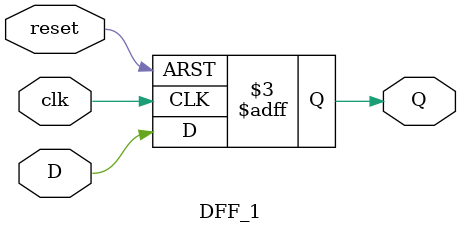
<source format=v>
/*
   Created by : Mohamed Hazem Mamdouh
   12-08-2023
   7:30 PM
 */
//***************  DFF WITH PRESET  ***************//

module DFF_1 (D,clk,reset,Q);
input D; // Data input 
input clk; // clock input 
input reset; // synchronous reset 
output reg Q; // output Q 



always @(posedge clk or negedge reset ) 
begin
 if(!reset)
  Q <= 1'b1; 
 else 
  Q <= D; 
end 
endmodule
</source>
